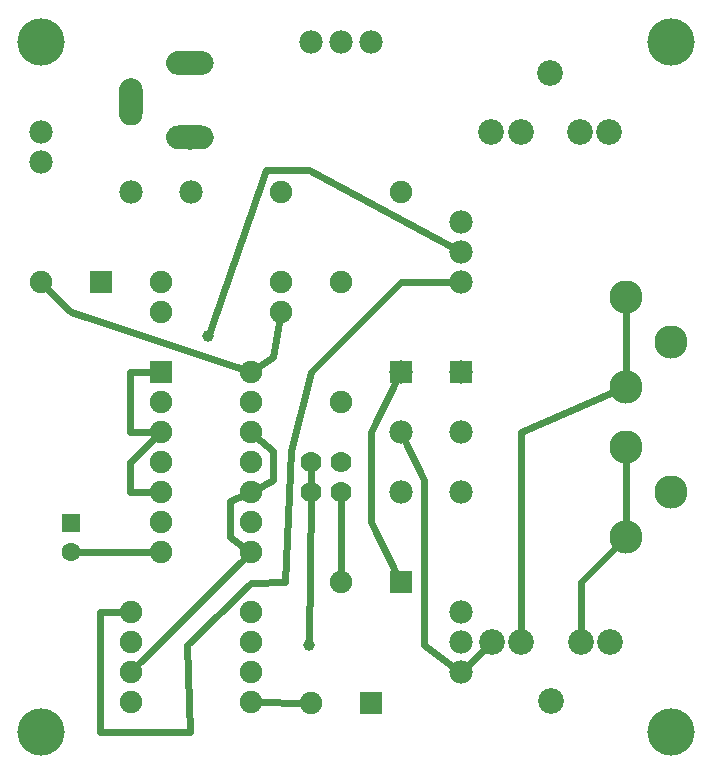
<source format=gtl>
G04 MADE WITH FRITZING*
G04 WWW.FRITZING.ORG*
G04 DOUBLE SIDED*
G04 HOLES PLATED*
G04 CONTOUR ON CENTER OF CONTOUR VECTOR*
%ASAXBY*%
%FSLAX23Y23*%
%MOIN*%
%OFA0B0*%
%SFA1.0B1.0*%
%ADD10C,0.110551*%
%ADD11C,0.078000*%
%ADD12C,0.086000*%
%ADD13C,0.078740*%
%ADD14C,0.062992*%
%ADD15C,0.039370*%
%ADD16C,0.075000*%
%ADD17C,0.070000*%
%ADD18C,0.157480*%
%ADD19R,0.062992X0.062992*%
%ADD20R,0.075000X0.075000*%
%ADD21R,0.078000X0.078000*%
%ADD22C,0.024000*%
%ADD23R,0.001000X0.001000*%
%LNCOPPER1*%
G90*
G70*
G54D10*
X2244Y972D03*
X2094Y822D03*
X2094Y1122D03*
X2244Y1472D03*
X2094Y1322D03*
X2094Y1622D03*
G54D11*
X144Y2172D03*
X144Y2072D03*
X1044Y2472D03*
X1144Y2472D03*
X1244Y2472D03*
G54D12*
X1846Y275D03*
X1747Y472D03*
X1649Y472D03*
X1944Y472D03*
X2043Y472D03*
X1846Y275D03*
X1747Y472D03*
X1649Y472D03*
X1944Y472D03*
X2043Y472D03*
X1843Y2368D03*
X1941Y2172D03*
X2040Y2172D03*
X1744Y2172D03*
X1646Y2172D03*
X1843Y2368D03*
X1941Y2172D03*
X2040Y2172D03*
X1744Y2172D03*
X1646Y2172D03*
G54D13*
X641Y2153D03*
X641Y2402D03*
X444Y2272D03*
X641Y2153D03*
X641Y2402D03*
X444Y2272D03*
G54D14*
X244Y870D03*
X244Y772D03*
G54D15*
X1039Y461D03*
X703Y1493D03*
G54D16*
X544Y1372D03*
X844Y1372D03*
X544Y1272D03*
X844Y1272D03*
X544Y1172D03*
X844Y1172D03*
X544Y1072D03*
X844Y1072D03*
X544Y972D03*
X844Y972D03*
X544Y872D03*
X844Y872D03*
X544Y772D03*
X844Y772D03*
X944Y1972D03*
X1344Y1972D03*
X1144Y1672D03*
X1144Y1272D03*
X544Y1672D03*
X944Y1672D03*
X444Y372D03*
X844Y372D03*
X544Y1572D03*
X944Y1572D03*
X444Y572D03*
X844Y572D03*
X444Y272D03*
X844Y272D03*
X444Y472D03*
X844Y472D03*
G54D17*
X1044Y972D03*
X1145Y972D03*
X1044Y1072D03*
X1145Y1072D03*
G54D16*
X344Y1672D03*
X144Y1672D03*
X1344Y672D03*
X1144Y672D03*
X1245Y270D03*
X1045Y270D03*
G54D11*
X1544Y1372D03*
X1544Y1172D03*
X1544Y972D03*
X1344Y1372D03*
X1344Y1172D03*
X1344Y972D03*
X1544Y572D03*
X1544Y472D03*
X1544Y372D03*
X1544Y1872D03*
X1544Y1772D03*
X1544Y1672D03*
X444Y1972D03*
X644Y1972D03*
G54D18*
X144Y172D03*
X2244Y172D03*
X144Y2472D03*
X2244Y2472D03*
G54D19*
X244Y870D03*
G54D20*
X544Y1372D03*
X344Y1672D03*
X1344Y672D03*
X1245Y270D03*
G54D21*
X1544Y1372D03*
X1344Y1372D03*
G54D22*
X1946Y673D02*
X1945Y497D01*
D02*
X2062Y790D02*
X1946Y673D01*
D02*
X1745Y1173D02*
X1747Y497D01*
D02*
X2052Y1304D02*
X1745Y1173D01*
D02*
X2094Y1577D02*
X2094Y1367D01*
D02*
X2094Y867D02*
X2094Y1077D01*
D02*
X1631Y454D02*
X1558Y385D01*
D02*
X1244Y871D02*
X1336Y687D01*
D02*
X1244Y1171D02*
X1244Y871D01*
D02*
X1336Y1355D02*
X1244Y1171D01*
D02*
X1423Y461D02*
X1529Y383D01*
D02*
X1423Y1013D02*
X1423Y461D01*
D02*
X1353Y1155D02*
X1423Y1013D01*
D02*
X1145Y957D02*
X1144Y689D01*
D02*
X919Y1421D02*
X941Y1554D01*
D02*
X859Y1381D02*
X919Y1421D01*
D02*
X246Y1572D02*
X828Y1377D01*
D02*
X157Y1659D02*
X246Y1572D01*
D02*
X828Y965D02*
X775Y941D01*
D02*
X862Y271D02*
X1028Y270D01*
D02*
X775Y821D02*
X830Y782D01*
D02*
X775Y941D02*
X775Y821D01*
D02*
X919Y1109D02*
X919Y1013D01*
D02*
X858Y1160D02*
X919Y1109D01*
D02*
X919Y1013D02*
X860Y980D01*
D02*
X457Y384D02*
X832Y759D01*
D02*
X443Y1071D02*
X532Y1159D01*
D02*
X443Y1071D02*
X443Y1071D01*
D02*
X443Y971D02*
X443Y1071D01*
D02*
X443Y1071D02*
X443Y1071D01*
D02*
X527Y971D02*
X443Y971D01*
D02*
X527Y1372D02*
X443Y1371D01*
D02*
X343Y172D02*
X643Y172D01*
D02*
X343Y272D02*
X343Y172D01*
D02*
X343Y573D02*
X343Y272D01*
D02*
X427Y572D02*
X343Y573D01*
D02*
X443Y1171D02*
X527Y1172D01*
D02*
X443Y1371D02*
X443Y1171D01*
D02*
X631Y461D02*
X844Y670D01*
D02*
X643Y172D02*
X631Y461D01*
D02*
X960Y673D02*
X979Y1109D01*
D02*
X1044Y1371D02*
X1345Y1672D01*
D02*
X979Y1109D02*
X1044Y1371D01*
D02*
X844Y670D02*
X960Y673D01*
D02*
X1044Y1057D02*
X1044Y987D01*
D02*
X1345Y1672D02*
X1525Y1672D01*
D02*
X1039Y469D02*
X1044Y957D01*
D02*
X260Y772D02*
X527Y772D01*
D02*
X1039Y2045D02*
X1528Y1781D01*
D02*
X895Y2045D02*
X1039Y2045D01*
D02*
X705Y1500D02*
X895Y2045D01*
G54D23*
X601Y2441D02*
X682Y2441D01*
X594Y2440D02*
X689Y2440D01*
X590Y2439D02*
X693Y2439D01*
X587Y2438D02*
X696Y2438D01*
X585Y2437D02*
X698Y2437D01*
X583Y2436D02*
X700Y2436D01*
X582Y2435D02*
X701Y2435D01*
X580Y2434D02*
X703Y2434D01*
X579Y2433D02*
X704Y2433D01*
X578Y2432D02*
X706Y2432D01*
X576Y2431D02*
X707Y2431D01*
X575Y2430D02*
X708Y2430D01*
X574Y2429D02*
X709Y2429D01*
X573Y2428D02*
X710Y2428D01*
X573Y2427D02*
X711Y2427D01*
X572Y2426D02*
X711Y2426D01*
X571Y2425D02*
X712Y2425D01*
X570Y2424D02*
X713Y2424D01*
X570Y2423D02*
X713Y2423D01*
X569Y2422D02*
X714Y2422D01*
X568Y2421D02*
X637Y2421D01*
X646Y2421D02*
X715Y2421D01*
X568Y2420D02*
X634Y2420D01*
X649Y2420D02*
X715Y2420D01*
X567Y2419D02*
X632Y2419D01*
X651Y2419D02*
X716Y2419D01*
X567Y2418D02*
X630Y2418D01*
X653Y2418D02*
X716Y2418D01*
X566Y2417D02*
X629Y2417D01*
X654Y2417D02*
X717Y2417D01*
X566Y2416D02*
X628Y2416D01*
X655Y2416D02*
X717Y2416D01*
X566Y2415D02*
X627Y2415D01*
X656Y2415D02*
X717Y2415D01*
X565Y2414D02*
X626Y2414D01*
X657Y2414D02*
X718Y2414D01*
X565Y2413D02*
X625Y2413D01*
X658Y2413D02*
X718Y2413D01*
X565Y2412D02*
X624Y2412D01*
X659Y2412D02*
X718Y2412D01*
X564Y2411D02*
X624Y2411D01*
X659Y2411D02*
X719Y2411D01*
X564Y2410D02*
X623Y2410D01*
X660Y2410D02*
X719Y2410D01*
X564Y2409D02*
X623Y2409D01*
X660Y2409D02*
X719Y2409D01*
X564Y2408D02*
X622Y2408D01*
X661Y2408D02*
X719Y2408D01*
X564Y2407D02*
X622Y2407D01*
X661Y2407D02*
X719Y2407D01*
X564Y2406D02*
X622Y2406D01*
X661Y2406D02*
X720Y2406D01*
X563Y2405D02*
X622Y2405D01*
X661Y2405D02*
X720Y2405D01*
X563Y2404D02*
X622Y2404D01*
X661Y2404D02*
X720Y2404D01*
X563Y2403D02*
X621Y2403D01*
X662Y2403D02*
X720Y2403D01*
X563Y2402D02*
X621Y2402D01*
X662Y2402D02*
X720Y2402D01*
X563Y2401D02*
X621Y2401D01*
X662Y2401D02*
X720Y2401D01*
X563Y2400D02*
X622Y2400D01*
X662Y2400D02*
X720Y2400D01*
X563Y2399D02*
X622Y2399D01*
X661Y2399D02*
X720Y2399D01*
X563Y2398D02*
X622Y2398D01*
X661Y2398D02*
X720Y2398D01*
X564Y2397D02*
X622Y2397D01*
X661Y2397D02*
X719Y2397D01*
X564Y2396D02*
X622Y2396D01*
X661Y2396D02*
X719Y2396D01*
X564Y2395D02*
X623Y2395D01*
X660Y2395D02*
X719Y2395D01*
X564Y2394D02*
X623Y2394D01*
X660Y2394D02*
X719Y2394D01*
X564Y2393D02*
X623Y2393D01*
X660Y2393D02*
X719Y2393D01*
X565Y2392D02*
X624Y2392D01*
X659Y2392D02*
X719Y2392D01*
X565Y2391D02*
X625Y2391D01*
X659Y2391D02*
X718Y2391D01*
X565Y2390D02*
X625Y2390D01*
X658Y2390D02*
X718Y2390D01*
X565Y2389D02*
X626Y2389D01*
X657Y2389D02*
X718Y2389D01*
X566Y2388D02*
X627Y2388D01*
X656Y2388D02*
X717Y2388D01*
X566Y2387D02*
X628Y2387D01*
X655Y2387D02*
X717Y2387D01*
X567Y2386D02*
X629Y2386D01*
X654Y2386D02*
X716Y2386D01*
X567Y2385D02*
X631Y2385D01*
X652Y2385D02*
X716Y2385D01*
X568Y2384D02*
X633Y2384D01*
X650Y2384D02*
X716Y2384D01*
X568Y2383D02*
X635Y2383D01*
X648Y2383D02*
X715Y2383D01*
X569Y2382D02*
X714Y2382D01*
X569Y2381D02*
X714Y2381D01*
X570Y2380D02*
X713Y2380D01*
X571Y2379D02*
X713Y2379D01*
X571Y2378D02*
X712Y2378D01*
X572Y2377D02*
X711Y2377D01*
X573Y2376D02*
X710Y2376D01*
X574Y2375D02*
X709Y2375D01*
X575Y2374D02*
X708Y2374D01*
X576Y2373D02*
X707Y2373D01*
X577Y2372D02*
X706Y2372D01*
X578Y2371D02*
X705Y2371D01*
X579Y2370D02*
X704Y2370D01*
X581Y2369D02*
X702Y2369D01*
X582Y2368D02*
X701Y2368D01*
X584Y2367D02*
X699Y2367D01*
X586Y2366D02*
X697Y2366D01*
X589Y2365D02*
X695Y2365D01*
X591Y2364D02*
X692Y2364D01*
X596Y2363D02*
X688Y2363D01*
X439Y2350D02*
X450Y2350D01*
X434Y2349D02*
X455Y2349D01*
X431Y2348D02*
X458Y2348D01*
X429Y2347D02*
X460Y2347D01*
X427Y2346D02*
X463Y2346D01*
X425Y2345D02*
X464Y2345D01*
X424Y2344D02*
X466Y2344D01*
X422Y2343D02*
X467Y2343D01*
X421Y2342D02*
X469Y2342D01*
X420Y2341D02*
X470Y2341D01*
X418Y2340D02*
X471Y2340D01*
X417Y2339D02*
X472Y2339D01*
X416Y2338D02*
X473Y2338D01*
X416Y2337D02*
X474Y2337D01*
X415Y2336D02*
X475Y2336D01*
X414Y2335D02*
X476Y2335D01*
X413Y2334D02*
X476Y2334D01*
X412Y2333D02*
X477Y2333D01*
X412Y2332D02*
X478Y2332D01*
X411Y2331D02*
X478Y2331D01*
X411Y2330D02*
X479Y2330D01*
X410Y2329D02*
X479Y2329D01*
X410Y2328D02*
X480Y2328D01*
X409Y2327D02*
X480Y2327D01*
X409Y2326D02*
X481Y2326D01*
X408Y2325D02*
X481Y2325D01*
X408Y2324D02*
X481Y2324D01*
X408Y2323D02*
X482Y2323D01*
X407Y2322D02*
X482Y2322D01*
X407Y2321D02*
X482Y2321D01*
X407Y2320D02*
X483Y2320D01*
X407Y2319D02*
X483Y2319D01*
X406Y2318D02*
X483Y2318D01*
X406Y2317D02*
X483Y2317D01*
X406Y2316D02*
X483Y2316D01*
X406Y2315D02*
X483Y2315D01*
X406Y2314D02*
X483Y2314D01*
X406Y2313D02*
X484Y2313D01*
X406Y2312D02*
X484Y2312D01*
X406Y2311D02*
X484Y2311D01*
X406Y2310D02*
X484Y2310D01*
X406Y2309D02*
X484Y2309D01*
X406Y2308D02*
X484Y2308D01*
X406Y2307D02*
X484Y2307D01*
X406Y2306D02*
X484Y2306D01*
X406Y2305D02*
X484Y2305D01*
X406Y2304D02*
X484Y2304D01*
X406Y2303D02*
X484Y2303D01*
X406Y2302D02*
X484Y2302D01*
X406Y2301D02*
X484Y2301D01*
X406Y2300D02*
X484Y2300D01*
X406Y2299D02*
X484Y2299D01*
X406Y2298D02*
X484Y2298D01*
X406Y2297D02*
X484Y2297D01*
X406Y2296D02*
X484Y2296D01*
X406Y2295D02*
X484Y2295D01*
X406Y2294D02*
X484Y2294D01*
X406Y2293D02*
X484Y2293D01*
X406Y2292D02*
X484Y2292D01*
X406Y2291D02*
X440Y2291D01*
X449Y2291D02*
X484Y2291D01*
X406Y2290D02*
X437Y2290D01*
X453Y2290D02*
X484Y2290D01*
X406Y2289D02*
X435Y2289D01*
X455Y2289D02*
X484Y2289D01*
X406Y2288D02*
X433Y2288D01*
X456Y2288D02*
X484Y2288D01*
X406Y2287D02*
X432Y2287D01*
X458Y2287D02*
X484Y2287D01*
X406Y2286D02*
X431Y2286D01*
X459Y2286D02*
X484Y2286D01*
X406Y2285D02*
X430Y2285D01*
X460Y2285D02*
X484Y2285D01*
X406Y2284D02*
X429Y2284D01*
X461Y2284D02*
X484Y2284D01*
X406Y2283D02*
X428Y2283D01*
X461Y2283D02*
X484Y2283D01*
X406Y2282D02*
X427Y2282D01*
X462Y2282D02*
X484Y2282D01*
X406Y2281D02*
X427Y2281D01*
X463Y2281D02*
X484Y2281D01*
X406Y2280D02*
X426Y2280D01*
X463Y2280D02*
X484Y2280D01*
X406Y2279D02*
X426Y2279D01*
X463Y2279D02*
X484Y2279D01*
X406Y2278D02*
X426Y2278D01*
X464Y2278D02*
X484Y2278D01*
X406Y2277D02*
X425Y2277D01*
X464Y2277D02*
X484Y2277D01*
X406Y2276D02*
X425Y2276D01*
X464Y2276D02*
X484Y2276D01*
X406Y2275D02*
X425Y2275D01*
X465Y2275D02*
X484Y2275D01*
X406Y2274D02*
X425Y2274D01*
X465Y2274D02*
X484Y2274D01*
X406Y2273D02*
X425Y2273D01*
X465Y2273D02*
X484Y2273D01*
X406Y2272D02*
X425Y2272D01*
X465Y2272D02*
X484Y2272D01*
X406Y2271D02*
X425Y2271D01*
X465Y2271D02*
X484Y2271D01*
X406Y2270D02*
X425Y2270D01*
X465Y2270D02*
X484Y2270D01*
X406Y2269D02*
X425Y2269D01*
X465Y2269D02*
X484Y2269D01*
X406Y2268D02*
X425Y2268D01*
X465Y2268D02*
X484Y2268D01*
X406Y2267D02*
X425Y2267D01*
X464Y2267D02*
X484Y2267D01*
X406Y2266D02*
X426Y2266D01*
X464Y2266D02*
X484Y2266D01*
X406Y2265D02*
X426Y2265D01*
X464Y2265D02*
X484Y2265D01*
X406Y2264D02*
X426Y2264D01*
X463Y2264D02*
X484Y2264D01*
X406Y2263D02*
X427Y2263D01*
X463Y2263D02*
X484Y2263D01*
X406Y2262D02*
X427Y2262D01*
X462Y2262D02*
X484Y2262D01*
X406Y2261D02*
X428Y2261D01*
X462Y2261D02*
X484Y2261D01*
X406Y2260D02*
X429Y2260D01*
X461Y2260D02*
X484Y2260D01*
X406Y2259D02*
X429Y2259D01*
X460Y2259D02*
X484Y2259D01*
X406Y2258D02*
X430Y2258D01*
X459Y2258D02*
X484Y2258D01*
X406Y2257D02*
X431Y2257D01*
X458Y2257D02*
X484Y2257D01*
X406Y2256D02*
X433Y2256D01*
X457Y2256D02*
X484Y2256D01*
X406Y2255D02*
X434Y2255D01*
X455Y2255D02*
X484Y2255D01*
X406Y2254D02*
X436Y2254D01*
X454Y2254D02*
X484Y2254D01*
X406Y2253D02*
X439Y2253D01*
X451Y2253D02*
X484Y2253D01*
X406Y2252D02*
X484Y2252D01*
X406Y2251D02*
X484Y2251D01*
X406Y2250D02*
X484Y2250D01*
X406Y2249D02*
X484Y2249D01*
X406Y2248D02*
X484Y2248D01*
X406Y2247D02*
X484Y2247D01*
X406Y2246D02*
X484Y2246D01*
X406Y2245D02*
X484Y2245D01*
X406Y2244D02*
X484Y2244D01*
X406Y2243D02*
X484Y2243D01*
X406Y2242D02*
X484Y2242D01*
X406Y2241D02*
X484Y2241D01*
X406Y2240D02*
X484Y2240D01*
X406Y2239D02*
X484Y2239D01*
X406Y2238D02*
X484Y2238D01*
X406Y2237D02*
X484Y2237D01*
X406Y2236D02*
X484Y2236D01*
X406Y2235D02*
X484Y2235D01*
X406Y2234D02*
X484Y2234D01*
X406Y2233D02*
X484Y2233D01*
X406Y2232D02*
X484Y2232D01*
X406Y2231D02*
X484Y2231D01*
X406Y2230D02*
X483Y2230D01*
X406Y2229D02*
X483Y2229D01*
X406Y2228D02*
X483Y2228D01*
X406Y2227D02*
X483Y2227D01*
X406Y2226D02*
X483Y2226D01*
X407Y2225D02*
X483Y2225D01*
X407Y2224D02*
X483Y2224D01*
X407Y2223D02*
X482Y2223D01*
X407Y2222D02*
X482Y2222D01*
X408Y2221D02*
X482Y2221D01*
X408Y2220D02*
X482Y2220D01*
X408Y2219D02*
X481Y2219D01*
X409Y2218D02*
X481Y2218D01*
X409Y2217D02*
X480Y2217D01*
X409Y2216D02*
X480Y2216D01*
X410Y2215D02*
X479Y2215D01*
X410Y2214D02*
X479Y2214D01*
X411Y2213D02*
X478Y2213D01*
X412Y2212D02*
X478Y2212D01*
X412Y2211D02*
X477Y2211D01*
X413Y2210D02*
X477Y2210D01*
X414Y2209D02*
X476Y2209D01*
X414Y2208D02*
X475Y2208D01*
X415Y2207D02*
X474Y2207D01*
X416Y2206D02*
X473Y2206D01*
X417Y2205D02*
X472Y2205D01*
X418Y2204D02*
X471Y2204D01*
X419Y2203D02*
X470Y2203D01*
X420Y2202D02*
X469Y2202D01*
X422Y2201D02*
X468Y2201D01*
X423Y2200D02*
X467Y2200D01*
X425Y2199D02*
X465Y2199D01*
X426Y2198D02*
X463Y2198D01*
X428Y2197D02*
X461Y2197D01*
X430Y2196D02*
X459Y2196D01*
X433Y2195D02*
X456Y2195D01*
X437Y2194D02*
X453Y2194D01*
X601Y2193D02*
X682Y2193D01*
X594Y2192D02*
X689Y2192D01*
X590Y2191D02*
X693Y2191D01*
X587Y2190D02*
X696Y2190D01*
X585Y2189D02*
X698Y2189D01*
X583Y2188D02*
X700Y2188D01*
X582Y2187D02*
X701Y2187D01*
X580Y2186D02*
X703Y2186D01*
X579Y2185D02*
X704Y2185D01*
X578Y2184D02*
X706Y2184D01*
X576Y2183D02*
X707Y2183D01*
X575Y2182D02*
X708Y2182D01*
X574Y2181D02*
X709Y2181D01*
X573Y2180D02*
X710Y2180D01*
X573Y2179D02*
X711Y2179D01*
X572Y2178D02*
X711Y2178D01*
X571Y2177D02*
X712Y2177D01*
X570Y2176D02*
X713Y2176D01*
X570Y2175D02*
X713Y2175D01*
X569Y2174D02*
X714Y2174D01*
X568Y2173D02*
X637Y2173D01*
X646Y2173D02*
X715Y2173D01*
X568Y2172D02*
X634Y2172D01*
X649Y2172D02*
X715Y2172D01*
X567Y2171D02*
X632Y2171D01*
X651Y2171D02*
X716Y2171D01*
X567Y2170D02*
X630Y2170D01*
X653Y2170D02*
X716Y2170D01*
X566Y2169D02*
X629Y2169D01*
X654Y2169D02*
X717Y2169D01*
X566Y2168D02*
X628Y2168D01*
X655Y2168D02*
X717Y2168D01*
X566Y2167D02*
X627Y2167D01*
X656Y2167D02*
X717Y2167D01*
X565Y2166D02*
X626Y2166D01*
X657Y2166D02*
X718Y2166D01*
X565Y2165D02*
X625Y2165D01*
X658Y2165D02*
X718Y2165D01*
X565Y2164D02*
X624Y2164D01*
X659Y2164D02*
X718Y2164D01*
X564Y2163D02*
X624Y2163D01*
X659Y2163D02*
X719Y2163D01*
X564Y2162D02*
X623Y2162D01*
X660Y2162D02*
X719Y2162D01*
X564Y2161D02*
X623Y2161D01*
X660Y2161D02*
X719Y2161D01*
X564Y2160D02*
X622Y2160D01*
X661Y2160D02*
X719Y2160D01*
X564Y2159D02*
X622Y2159D01*
X661Y2159D02*
X719Y2159D01*
X564Y2158D02*
X622Y2158D01*
X661Y2158D02*
X720Y2158D01*
X563Y2157D02*
X622Y2157D01*
X661Y2157D02*
X720Y2157D01*
X563Y2156D02*
X622Y2156D01*
X661Y2156D02*
X720Y2156D01*
X563Y2155D02*
X621Y2155D01*
X662Y2155D02*
X720Y2155D01*
X563Y2154D02*
X621Y2154D01*
X662Y2154D02*
X720Y2154D01*
X563Y2153D02*
X621Y2153D01*
X662Y2153D02*
X720Y2153D01*
X563Y2152D02*
X622Y2152D01*
X662Y2152D02*
X720Y2152D01*
X563Y2151D02*
X622Y2151D01*
X661Y2151D02*
X720Y2151D01*
X563Y2150D02*
X622Y2150D01*
X661Y2150D02*
X720Y2150D01*
X564Y2149D02*
X622Y2149D01*
X661Y2149D02*
X719Y2149D01*
X564Y2148D02*
X622Y2148D01*
X661Y2148D02*
X719Y2148D01*
X564Y2147D02*
X623Y2147D01*
X660Y2147D02*
X719Y2147D01*
X564Y2146D02*
X623Y2146D01*
X660Y2146D02*
X719Y2146D01*
X564Y2145D02*
X623Y2145D01*
X660Y2145D02*
X719Y2145D01*
X565Y2144D02*
X624Y2144D01*
X659Y2144D02*
X719Y2144D01*
X565Y2143D02*
X625Y2143D01*
X659Y2143D02*
X718Y2143D01*
X565Y2142D02*
X625Y2142D01*
X658Y2142D02*
X718Y2142D01*
X565Y2141D02*
X626Y2141D01*
X657Y2141D02*
X718Y2141D01*
X566Y2140D02*
X627Y2140D01*
X656Y2140D02*
X717Y2140D01*
X566Y2139D02*
X628Y2139D01*
X655Y2139D02*
X717Y2139D01*
X567Y2138D02*
X629Y2138D01*
X654Y2138D02*
X716Y2138D01*
X567Y2137D02*
X631Y2137D01*
X652Y2137D02*
X716Y2137D01*
X568Y2136D02*
X633Y2136D01*
X650Y2136D02*
X716Y2136D01*
X568Y2135D02*
X635Y2135D01*
X648Y2135D02*
X715Y2135D01*
X569Y2134D02*
X714Y2134D01*
X569Y2133D02*
X714Y2133D01*
X570Y2132D02*
X713Y2132D01*
X571Y2131D02*
X713Y2131D01*
X571Y2130D02*
X712Y2130D01*
X572Y2129D02*
X711Y2129D01*
X573Y2128D02*
X710Y2128D01*
X574Y2127D02*
X709Y2127D01*
X575Y2126D02*
X708Y2126D01*
X576Y2125D02*
X707Y2125D01*
X577Y2124D02*
X706Y2124D01*
X578Y2123D02*
X705Y2123D01*
X579Y2122D02*
X704Y2122D01*
X581Y2121D02*
X702Y2121D01*
X582Y2120D02*
X701Y2120D01*
X584Y2119D02*
X699Y2119D01*
X586Y2118D02*
X697Y2118D01*
X589Y2117D02*
X695Y2117D01*
X591Y2116D02*
X692Y2116D01*
X596Y2115D02*
X687Y2115D01*
D02*
G04 End of Copper1*
M02*
</source>
